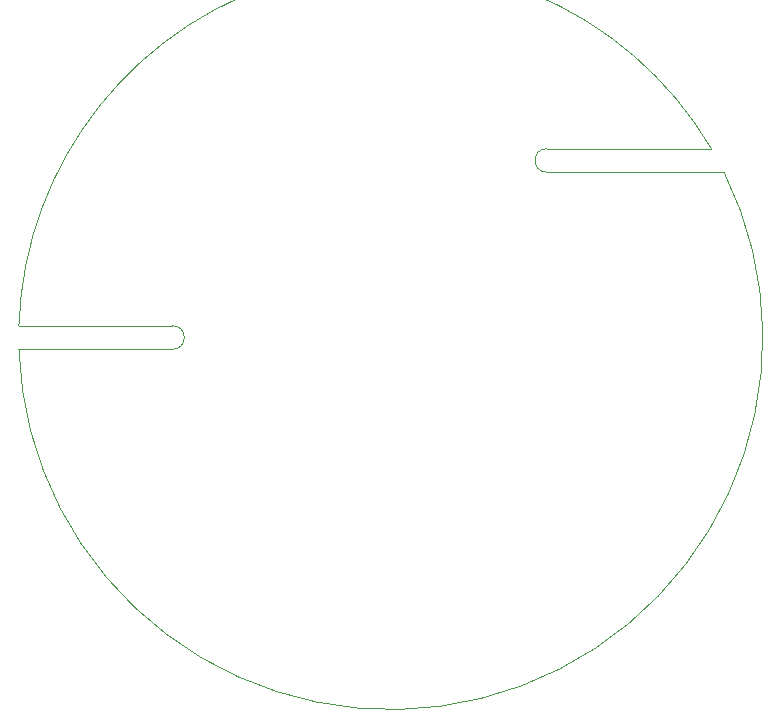
<source format=gbr>
G04 #@! TF.GenerationSoftware,KiCad,Pcbnew,5.1.5+dfsg1-2build2*
G04 #@! TF.CreationDate,2021-03-18T18:13:08+09:00*
G04 #@! TF.ProjectId,puck,7075636b-2e6b-4696-9361-645f70636258,rev?*
G04 #@! TF.SameCoordinates,Original*
G04 #@! TF.FileFunction,Profile,NP*
%FSLAX46Y46*%
G04 Gerber Fmt 4.6, Leading zero omitted, Abs format (unit mm)*
G04 Created by KiCad (PCBNEW 5.1.5+dfsg1-2build2) date 2021-03-18 18:13:08*
%MOMM*%
%LPD*%
G04 APERTURE LIST*
%ADD10C,0.050000*%
G04 APERTURE END LIST*
D10*
X150367688Y-104699845D02*
G75*
G02X90666000Y-119700000I-28217688J-14000155D01*
G01*
X103666000Y-117700000D02*
G75*
G02X103666000Y-119700000I0J-1000000D01*
G01*
X90666000Y-119700000D02*
X103666000Y-119700000D01*
X90666000Y-117700000D02*
X103666000Y-117700000D01*
X135368000Y-104700000D02*
G75*
G02X135368000Y-102700000I0J1000000D01*
G01*
X135368000Y-104700000D02*
X150368000Y-104700000D01*
X135368000Y-102700000D02*
X149284000Y-102700000D01*
X90665820Y-117699795D02*
G75*
G02X149284000Y-102700000I31484180J-1000205D01*
G01*
M02*

</source>
